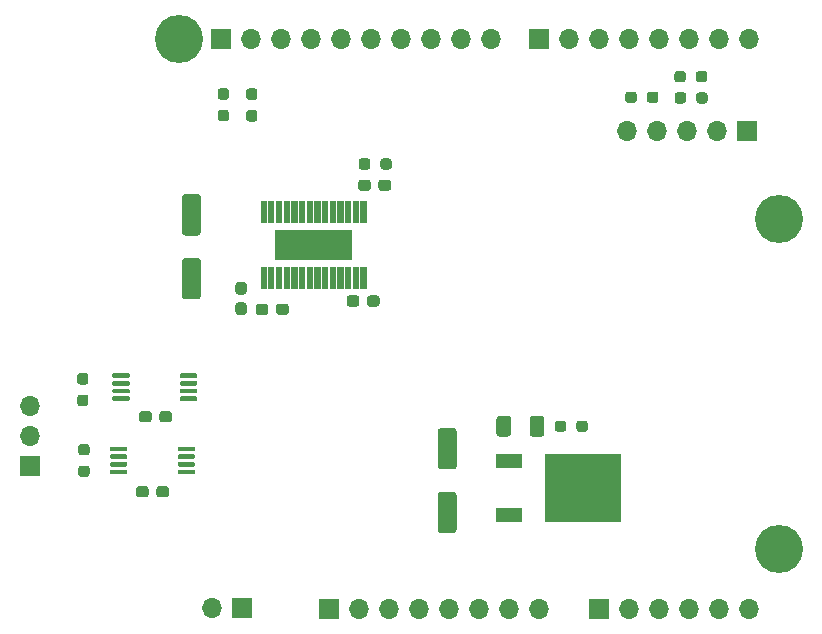
<source format=gbr>
%TF.GenerationSoftware,KiCad,Pcbnew,(5.1.10)-1*%
%TF.CreationDate,2023-02-13T10:48:01+08:00*%
%TF.ProjectId,my_foc_power_shield,6d795f66-6f63-45f7-906f-7765725f7368,rev?*%
%TF.SameCoordinates,Original*%
%TF.FileFunction,Soldermask,Top*%
%TF.FilePolarity,Negative*%
%FSLAX46Y46*%
G04 Gerber Fmt 4.6, Leading zero omitted, Abs format (unit mm)*
G04 Created by KiCad (PCBNEW (5.1.10)-1) date 2023-02-13 10:48:01*
%MOMM*%
%LPD*%
G01*
G04 APERTURE LIST*
%ADD10C,0.010000*%
%ADD11R,1.700000X1.700000*%
%ADD12O,1.700000X1.700000*%
%ADD13C,4.064000*%
%ADD14R,2.200000X1.200000*%
%ADD15R,6.400000X5.800000*%
G04 APERTURE END LIST*
D10*
%TO.C,U6*%
G36*
X134368000Y-94165000D02*
G01*
X134368000Y-91765000D01*
X140828000Y-91765000D01*
X140828000Y-94165000D01*
X134368000Y-94165000D01*
G37*
X134368000Y-94165000D02*
X134368000Y-91765000D01*
X140828000Y-91765000D01*
X140828000Y-94165000D01*
X134368000Y-94165000D01*
G36*
X133153000Y-96635000D02*
G01*
X133153000Y-94895000D01*
X133593000Y-94895000D01*
X133593000Y-96635000D01*
X133153000Y-96635000D01*
G37*
X133153000Y-96635000D02*
X133153000Y-94895000D01*
X133593000Y-94895000D01*
X133593000Y-96635000D01*
X133153000Y-96635000D01*
G36*
X133153000Y-91035000D02*
G01*
X133153000Y-89295000D01*
X133593000Y-89295000D01*
X133593000Y-91035000D01*
X133153000Y-91035000D01*
G37*
X133153000Y-91035000D02*
X133153000Y-89295000D01*
X133593000Y-89295000D01*
X133593000Y-91035000D01*
X133153000Y-91035000D01*
G36*
X133803000Y-96635000D02*
G01*
X133803000Y-94895000D01*
X134243000Y-94895000D01*
X134243000Y-96635000D01*
X133803000Y-96635000D01*
G37*
X133803000Y-96635000D02*
X133803000Y-94895000D01*
X134243000Y-94895000D01*
X134243000Y-96635000D01*
X133803000Y-96635000D01*
G36*
X133803000Y-91035000D02*
G01*
X133803000Y-89295000D01*
X134243000Y-89295000D01*
X134243000Y-91035000D01*
X133803000Y-91035000D01*
G37*
X133803000Y-91035000D02*
X133803000Y-89295000D01*
X134243000Y-89295000D01*
X134243000Y-91035000D01*
X133803000Y-91035000D01*
G36*
X134453000Y-96635000D02*
G01*
X134453000Y-94895000D01*
X134893000Y-94895000D01*
X134893000Y-96635000D01*
X134453000Y-96635000D01*
G37*
X134453000Y-96635000D02*
X134453000Y-94895000D01*
X134893000Y-94895000D01*
X134893000Y-96635000D01*
X134453000Y-96635000D01*
G36*
X134453000Y-91035000D02*
G01*
X134453000Y-89295000D01*
X134893000Y-89295000D01*
X134893000Y-91035000D01*
X134453000Y-91035000D01*
G37*
X134453000Y-91035000D02*
X134453000Y-89295000D01*
X134893000Y-89295000D01*
X134893000Y-91035000D01*
X134453000Y-91035000D01*
G36*
X135103000Y-96635000D02*
G01*
X135103000Y-94895000D01*
X135543000Y-94895000D01*
X135543000Y-96635000D01*
X135103000Y-96635000D01*
G37*
X135103000Y-96635000D02*
X135103000Y-94895000D01*
X135543000Y-94895000D01*
X135543000Y-96635000D01*
X135103000Y-96635000D01*
G36*
X135103000Y-91035000D02*
G01*
X135103000Y-89295000D01*
X135543000Y-89295000D01*
X135543000Y-91035000D01*
X135103000Y-91035000D01*
G37*
X135103000Y-91035000D02*
X135103000Y-89295000D01*
X135543000Y-89295000D01*
X135543000Y-91035000D01*
X135103000Y-91035000D01*
G36*
X135753000Y-96635000D02*
G01*
X135753000Y-94895000D01*
X136193000Y-94895000D01*
X136193000Y-96635000D01*
X135753000Y-96635000D01*
G37*
X135753000Y-96635000D02*
X135753000Y-94895000D01*
X136193000Y-94895000D01*
X136193000Y-96635000D01*
X135753000Y-96635000D01*
G36*
X135753000Y-91035000D02*
G01*
X135753000Y-89295000D01*
X136193000Y-89295000D01*
X136193000Y-91035000D01*
X135753000Y-91035000D01*
G37*
X135753000Y-91035000D02*
X135753000Y-89295000D01*
X136193000Y-89295000D01*
X136193000Y-91035000D01*
X135753000Y-91035000D01*
G36*
X136403000Y-96635000D02*
G01*
X136403000Y-94895000D01*
X136843000Y-94895000D01*
X136843000Y-96635000D01*
X136403000Y-96635000D01*
G37*
X136403000Y-96635000D02*
X136403000Y-94895000D01*
X136843000Y-94895000D01*
X136843000Y-96635000D01*
X136403000Y-96635000D01*
G36*
X136403000Y-91035000D02*
G01*
X136403000Y-89295000D01*
X136843000Y-89295000D01*
X136843000Y-91035000D01*
X136403000Y-91035000D01*
G37*
X136403000Y-91035000D02*
X136403000Y-89295000D01*
X136843000Y-89295000D01*
X136843000Y-91035000D01*
X136403000Y-91035000D01*
G36*
X137053000Y-96635000D02*
G01*
X137053000Y-94895000D01*
X137493000Y-94895000D01*
X137493000Y-96635000D01*
X137053000Y-96635000D01*
G37*
X137053000Y-96635000D02*
X137053000Y-94895000D01*
X137493000Y-94895000D01*
X137493000Y-96635000D01*
X137053000Y-96635000D01*
G36*
X137053000Y-91035000D02*
G01*
X137053000Y-89295000D01*
X137493000Y-89295000D01*
X137493000Y-91035000D01*
X137053000Y-91035000D01*
G37*
X137053000Y-91035000D02*
X137053000Y-89295000D01*
X137493000Y-89295000D01*
X137493000Y-91035000D01*
X137053000Y-91035000D01*
G36*
X137703000Y-96635000D02*
G01*
X137703000Y-94895000D01*
X138143000Y-94895000D01*
X138143000Y-96635000D01*
X137703000Y-96635000D01*
G37*
X137703000Y-96635000D02*
X137703000Y-94895000D01*
X138143000Y-94895000D01*
X138143000Y-96635000D01*
X137703000Y-96635000D01*
G36*
X138353000Y-96635000D02*
G01*
X138353000Y-94895000D01*
X138793000Y-94895000D01*
X138793000Y-96635000D01*
X138353000Y-96635000D01*
G37*
X138353000Y-96635000D02*
X138353000Y-94895000D01*
X138793000Y-94895000D01*
X138793000Y-96635000D01*
X138353000Y-96635000D01*
G36*
X139003000Y-96635000D02*
G01*
X139003000Y-94895000D01*
X139443000Y-94895000D01*
X139443000Y-96635000D01*
X139003000Y-96635000D01*
G37*
X139003000Y-96635000D02*
X139003000Y-94895000D01*
X139443000Y-94895000D01*
X139443000Y-96635000D01*
X139003000Y-96635000D01*
G36*
X139653000Y-96635000D02*
G01*
X139653000Y-94895000D01*
X140093000Y-94895000D01*
X140093000Y-96635000D01*
X139653000Y-96635000D01*
G37*
X139653000Y-96635000D02*
X139653000Y-94895000D01*
X140093000Y-94895000D01*
X140093000Y-96635000D01*
X139653000Y-96635000D01*
G36*
X140303000Y-96635000D02*
G01*
X140303000Y-94895000D01*
X140743000Y-94895000D01*
X140743000Y-96635000D01*
X140303000Y-96635000D01*
G37*
X140303000Y-96635000D02*
X140303000Y-94895000D01*
X140743000Y-94895000D01*
X140743000Y-96635000D01*
X140303000Y-96635000D01*
G36*
X140953000Y-96635000D02*
G01*
X140953000Y-94895000D01*
X141393000Y-94895000D01*
X141393000Y-96635000D01*
X140953000Y-96635000D01*
G37*
X140953000Y-96635000D02*
X140953000Y-94895000D01*
X141393000Y-94895000D01*
X141393000Y-96635000D01*
X140953000Y-96635000D01*
G36*
X141603000Y-96635000D02*
G01*
X141603000Y-94895000D01*
X142043000Y-94895000D01*
X142043000Y-96635000D01*
X141603000Y-96635000D01*
G37*
X141603000Y-96635000D02*
X141603000Y-94895000D01*
X142043000Y-94895000D01*
X142043000Y-96635000D01*
X141603000Y-96635000D01*
G36*
X137703000Y-91035000D02*
G01*
X137703000Y-89295000D01*
X138143000Y-89295000D01*
X138143000Y-91035000D01*
X137703000Y-91035000D01*
G37*
X137703000Y-91035000D02*
X137703000Y-89295000D01*
X138143000Y-89295000D01*
X138143000Y-91035000D01*
X137703000Y-91035000D01*
G36*
X138353000Y-91035000D02*
G01*
X138353000Y-89295000D01*
X138793000Y-89295000D01*
X138793000Y-91035000D01*
X138353000Y-91035000D01*
G37*
X138353000Y-91035000D02*
X138353000Y-89295000D01*
X138793000Y-89295000D01*
X138793000Y-91035000D01*
X138353000Y-91035000D01*
G36*
X139003000Y-91035000D02*
G01*
X139003000Y-89295000D01*
X139443000Y-89295000D01*
X139443000Y-91035000D01*
X139003000Y-91035000D01*
G37*
X139003000Y-91035000D02*
X139003000Y-89295000D01*
X139443000Y-89295000D01*
X139443000Y-91035000D01*
X139003000Y-91035000D01*
G36*
X139653000Y-91035000D02*
G01*
X139653000Y-89295000D01*
X140093000Y-89295000D01*
X140093000Y-91035000D01*
X139653000Y-91035000D01*
G37*
X139653000Y-91035000D02*
X139653000Y-89295000D01*
X140093000Y-89295000D01*
X140093000Y-91035000D01*
X139653000Y-91035000D01*
G36*
X140303000Y-91035000D02*
G01*
X140303000Y-89295000D01*
X140743000Y-89295000D01*
X140743000Y-91035000D01*
X140303000Y-91035000D01*
G37*
X140303000Y-91035000D02*
X140303000Y-89295000D01*
X140743000Y-89295000D01*
X140743000Y-91035000D01*
X140303000Y-91035000D01*
G36*
X140953000Y-91035000D02*
G01*
X140953000Y-89295000D01*
X141393000Y-89295000D01*
X141393000Y-91035000D01*
X140953000Y-91035000D01*
G37*
X140953000Y-91035000D02*
X140953000Y-89295000D01*
X141393000Y-89295000D01*
X141393000Y-91035000D01*
X140953000Y-91035000D01*
G36*
X141603000Y-91035000D02*
G01*
X141603000Y-89295000D01*
X142043000Y-89295000D01*
X142043000Y-91035000D01*
X141603000Y-91035000D01*
G37*
X141603000Y-91035000D02*
X141603000Y-89295000D01*
X142043000Y-89295000D01*
X142043000Y-91035000D01*
X141603000Y-91035000D01*
%TD*%
%TO.C,R8*%
G36*
G01*
X166835500Y-80277500D02*
X166835500Y-80752500D01*
G75*
G02*
X166598000Y-80990000I-237500J0D01*
G01*
X166098000Y-80990000D01*
G75*
G02*
X165860500Y-80752500I0J237500D01*
G01*
X165860500Y-80277500D01*
G75*
G02*
X166098000Y-80040000I237500J0D01*
G01*
X166598000Y-80040000D01*
G75*
G02*
X166835500Y-80277500I0J-237500D01*
G01*
G37*
G36*
G01*
X165010500Y-80277500D02*
X165010500Y-80752500D01*
G75*
G02*
X164773000Y-80990000I-237500J0D01*
G01*
X164273000Y-80990000D01*
G75*
G02*
X164035500Y-80752500I0J237500D01*
G01*
X164035500Y-80277500D01*
G75*
G02*
X164273000Y-80040000I237500J0D01*
G01*
X164773000Y-80040000D01*
G75*
G02*
X165010500Y-80277500I0J-237500D01*
G01*
G37*
%TD*%
D11*
%TO.C,U8*%
X113598000Y-111765000D03*
D12*
X113598000Y-109225000D03*
X113598000Y-106685000D03*
%TD*%
%TO.C,P3*%
X152654000Y-75565000D03*
X150114000Y-75565000D03*
X147574000Y-75565000D03*
X145034000Y-75565000D03*
X142494000Y-75565000D03*
X139954000Y-75565000D03*
X137414000Y-75565000D03*
X134874000Y-75565000D03*
X132334000Y-75565000D03*
D11*
X129794000Y-75565000D03*
%TD*%
D12*
%TO.C,P1*%
X156718000Y-123825000D03*
X154178000Y-123825000D03*
X151638000Y-123825000D03*
X149098000Y-123825000D03*
X146558000Y-123825000D03*
X144018000Y-123825000D03*
X141478000Y-123825000D03*
D11*
X138938000Y-123825000D03*
%TD*%
D12*
%TO.C,P4*%
X174498000Y-75565000D03*
X171958000Y-75565000D03*
X169418000Y-75565000D03*
X166878000Y-75565000D03*
X164338000Y-75565000D03*
X161798000Y-75565000D03*
X159258000Y-75565000D03*
D11*
X156718000Y-75565000D03*
%TD*%
D12*
%TO.C,P2*%
X174498000Y-123825000D03*
X171958000Y-123825000D03*
X169418000Y-123825000D03*
X166878000Y-123825000D03*
X164338000Y-123825000D03*
D11*
X161798000Y-123825000D03*
%TD*%
D13*
%TO.C,P6*%
X177038000Y-118745000D03*
%TD*%
%TO.C,P7*%
X126238000Y-75565000D03*
%TD*%
%TO.C,P8*%
X177038000Y-90805000D03*
%TD*%
D11*
%TO.C,BT1*%
X131598000Y-123765000D03*
D12*
X129058000Y-123765000D03*
%TD*%
%TO.C,C16*%
G36*
G01*
X125398000Y-113677500D02*
X125398000Y-114152500D01*
G75*
G02*
X125160500Y-114390000I-237500J0D01*
G01*
X124560500Y-114390000D01*
G75*
G02*
X124323000Y-114152500I0J237500D01*
G01*
X124323000Y-113677500D01*
G75*
G02*
X124560500Y-113440000I237500J0D01*
G01*
X125160500Y-113440000D01*
G75*
G02*
X125398000Y-113677500I0J-237500D01*
G01*
G37*
G36*
G01*
X123673000Y-113677500D02*
X123673000Y-114152500D01*
G75*
G02*
X123435500Y-114390000I-237500J0D01*
G01*
X122835500Y-114390000D01*
G75*
G02*
X122598000Y-114152500I0J237500D01*
G01*
X122598000Y-113677500D01*
G75*
G02*
X122835500Y-113440000I237500J0D01*
G01*
X123435500Y-113440000D01*
G75*
G02*
X123673000Y-113677500I0J-237500D01*
G01*
G37*
%TD*%
%TO.C,C17*%
G36*
G01*
X123935500Y-107327500D02*
X123935500Y-107802500D01*
G75*
G02*
X123698000Y-108040000I-237500J0D01*
G01*
X123098000Y-108040000D01*
G75*
G02*
X122860500Y-107802500I0J237500D01*
G01*
X122860500Y-107327500D01*
G75*
G02*
X123098000Y-107090000I237500J0D01*
G01*
X123698000Y-107090000D01*
G75*
G02*
X123935500Y-107327500I0J-237500D01*
G01*
G37*
G36*
G01*
X125660500Y-107327500D02*
X125660500Y-107802500D01*
G75*
G02*
X125423000Y-108040000I-237500J0D01*
G01*
X124823000Y-108040000D01*
G75*
G02*
X124585500Y-107802500I0J237500D01*
G01*
X124585500Y-107327500D01*
G75*
G02*
X124823000Y-107090000I237500J0D01*
G01*
X125423000Y-107090000D01*
G75*
G02*
X125660500Y-107327500I0J-237500D01*
G01*
G37*
%TD*%
%TO.C,C19*%
G36*
G01*
X133810500Y-98227500D02*
X133810500Y-98702500D01*
G75*
G02*
X133573000Y-98940000I-237500J0D01*
G01*
X132973000Y-98940000D01*
G75*
G02*
X132735500Y-98702500I0J237500D01*
G01*
X132735500Y-98227500D01*
G75*
G02*
X132973000Y-97990000I237500J0D01*
G01*
X133573000Y-97990000D01*
G75*
G02*
X133810500Y-98227500I0J-237500D01*
G01*
G37*
G36*
G01*
X135535500Y-98227500D02*
X135535500Y-98702500D01*
G75*
G02*
X135298000Y-98940000I-237500J0D01*
G01*
X134698000Y-98940000D01*
G75*
G02*
X134460500Y-98702500I0J237500D01*
G01*
X134460500Y-98227500D01*
G75*
G02*
X134698000Y-97990000I237500J0D01*
G01*
X135298000Y-97990000D01*
G75*
G02*
X135535500Y-98227500I0J-237500D01*
G01*
G37*
%TD*%
%TO.C,C20*%
G36*
G01*
X144210500Y-87727500D02*
X144210500Y-88202500D01*
G75*
G02*
X143973000Y-88440000I-237500J0D01*
G01*
X143373000Y-88440000D01*
G75*
G02*
X143135500Y-88202500I0J237500D01*
G01*
X143135500Y-87727500D01*
G75*
G02*
X143373000Y-87490000I237500J0D01*
G01*
X143973000Y-87490000D01*
G75*
G02*
X144210500Y-87727500I0J-237500D01*
G01*
G37*
G36*
G01*
X142485500Y-87727500D02*
X142485500Y-88202500D01*
G75*
G02*
X142248000Y-88440000I-237500J0D01*
G01*
X141648000Y-88440000D01*
G75*
G02*
X141410500Y-88202500I0J237500D01*
G01*
X141410500Y-87727500D01*
G75*
G02*
X141648000Y-87490000I237500J0D01*
G01*
X142248000Y-87490000D01*
G75*
G02*
X142485500Y-87727500I0J-237500D01*
G01*
G37*
%TD*%
%TO.C,C21*%
G36*
G01*
X131735500Y-97227500D02*
X131260500Y-97227500D01*
G75*
G02*
X131023000Y-96990000I0J237500D01*
G01*
X131023000Y-96390000D01*
G75*
G02*
X131260500Y-96152500I237500J0D01*
G01*
X131735500Y-96152500D01*
G75*
G02*
X131973000Y-96390000I0J-237500D01*
G01*
X131973000Y-96990000D01*
G75*
G02*
X131735500Y-97227500I-237500J0D01*
G01*
G37*
G36*
G01*
X131735500Y-98952500D02*
X131260500Y-98952500D01*
G75*
G02*
X131023000Y-98715000I0J237500D01*
G01*
X131023000Y-98115000D01*
G75*
G02*
X131260500Y-97877500I237500J0D01*
G01*
X131735500Y-97877500D01*
G75*
G02*
X131973000Y-98115000I0J-237500D01*
G01*
X131973000Y-98715000D01*
G75*
G02*
X131735500Y-98952500I-237500J0D01*
G01*
G37*
%TD*%
%TO.C,D7*%
G36*
G01*
X157173000Y-107740000D02*
X157173000Y-108990000D01*
G75*
G02*
X156923000Y-109240000I-250000J0D01*
G01*
X156173000Y-109240000D01*
G75*
G02*
X155923000Y-108990000I0J250000D01*
G01*
X155923000Y-107740000D01*
G75*
G02*
X156173000Y-107490000I250000J0D01*
G01*
X156923000Y-107490000D01*
G75*
G02*
X157173000Y-107740000I0J-250000D01*
G01*
G37*
G36*
G01*
X154373000Y-107740000D02*
X154373000Y-108990000D01*
G75*
G02*
X154123000Y-109240000I-250000J0D01*
G01*
X153373000Y-109240000D01*
G75*
G02*
X153123000Y-108990000I0J250000D01*
G01*
X153123000Y-107740000D01*
G75*
G02*
X153373000Y-107490000I250000J0D01*
G01*
X154123000Y-107490000D01*
G75*
G02*
X154373000Y-107740000I0J-250000D01*
G01*
G37*
%TD*%
D11*
%TO.C,J3*%
X174298000Y-83365000D03*
D12*
X171758000Y-83365000D03*
X169218000Y-83365000D03*
X166678000Y-83365000D03*
X164138000Y-83365000D03*
%TD*%
%TO.C,R1*%
G36*
G01*
X132635500Y-82565000D02*
X132160500Y-82565000D01*
G75*
G02*
X131923000Y-82327500I0J237500D01*
G01*
X131923000Y-81827500D01*
G75*
G02*
X132160500Y-81590000I237500J0D01*
G01*
X132635500Y-81590000D01*
G75*
G02*
X132873000Y-81827500I0J-237500D01*
G01*
X132873000Y-82327500D01*
G75*
G02*
X132635500Y-82565000I-237500J0D01*
G01*
G37*
G36*
G01*
X132635500Y-80740000D02*
X132160500Y-80740000D01*
G75*
G02*
X131923000Y-80502500I0J237500D01*
G01*
X131923000Y-80002500D01*
G75*
G02*
X132160500Y-79765000I237500J0D01*
G01*
X132635500Y-79765000D01*
G75*
G02*
X132873000Y-80002500I0J-237500D01*
G01*
X132873000Y-80502500D01*
G75*
G02*
X132635500Y-80740000I-237500J0D01*
G01*
G37*
%TD*%
%TO.C,R2*%
G36*
G01*
X130235500Y-80727500D02*
X129760500Y-80727500D01*
G75*
G02*
X129523000Y-80490000I0J237500D01*
G01*
X129523000Y-79990000D01*
G75*
G02*
X129760500Y-79752500I237500J0D01*
G01*
X130235500Y-79752500D01*
G75*
G02*
X130473000Y-79990000I0J-237500D01*
G01*
X130473000Y-80490000D01*
G75*
G02*
X130235500Y-80727500I-237500J0D01*
G01*
G37*
G36*
G01*
X130235500Y-82552500D02*
X129760500Y-82552500D01*
G75*
G02*
X129523000Y-82315000I0J237500D01*
G01*
X129523000Y-81815000D01*
G75*
G02*
X129760500Y-81577500I237500J0D01*
G01*
X130235500Y-81577500D01*
G75*
G02*
X130473000Y-81815000I0J-237500D01*
G01*
X130473000Y-82315000D01*
G75*
G02*
X130235500Y-82552500I-237500J0D01*
G01*
G37*
%TD*%
%TO.C,R6*%
G36*
G01*
X168185500Y-79002500D02*
X168185500Y-78527500D01*
G75*
G02*
X168423000Y-78290000I237500J0D01*
G01*
X168923000Y-78290000D01*
G75*
G02*
X169160500Y-78527500I0J-237500D01*
G01*
X169160500Y-79002500D01*
G75*
G02*
X168923000Y-79240000I-237500J0D01*
G01*
X168423000Y-79240000D01*
G75*
G02*
X168185500Y-79002500I0J237500D01*
G01*
G37*
G36*
G01*
X170010500Y-79002500D02*
X170010500Y-78527500D01*
G75*
G02*
X170248000Y-78290000I237500J0D01*
G01*
X170748000Y-78290000D01*
G75*
G02*
X170985500Y-78527500I0J-237500D01*
G01*
X170985500Y-79002500D01*
G75*
G02*
X170748000Y-79240000I-237500J0D01*
G01*
X170248000Y-79240000D01*
G75*
G02*
X170010500Y-79002500I0J237500D01*
G01*
G37*
%TD*%
%TO.C,R7*%
G36*
G01*
X170035500Y-80802500D02*
X170035500Y-80327500D01*
G75*
G02*
X170273000Y-80090000I237500J0D01*
G01*
X170773000Y-80090000D01*
G75*
G02*
X171010500Y-80327500I0J-237500D01*
G01*
X171010500Y-80802500D01*
G75*
G02*
X170773000Y-81040000I-237500J0D01*
G01*
X170273000Y-81040000D01*
G75*
G02*
X170035500Y-80802500I0J237500D01*
G01*
G37*
G36*
G01*
X168210500Y-80802500D02*
X168210500Y-80327500D01*
G75*
G02*
X168448000Y-80090000I237500J0D01*
G01*
X168948000Y-80090000D01*
G75*
G02*
X169185500Y-80327500I0J-237500D01*
G01*
X169185500Y-80802500D01*
G75*
G02*
X168948000Y-81040000I-237500J0D01*
G01*
X168448000Y-81040000D01*
G75*
G02*
X168210500Y-80802500I0J237500D01*
G01*
G37*
%TD*%
%TO.C,R11*%
G36*
G01*
X159035500Y-108127500D02*
X159035500Y-108602500D01*
G75*
G02*
X158798000Y-108840000I-237500J0D01*
G01*
X158298000Y-108840000D01*
G75*
G02*
X158060500Y-108602500I0J237500D01*
G01*
X158060500Y-108127500D01*
G75*
G02*
X158298000Y-107890000I237500J0D01*
G01*
X158798000Y-107890000D01*
G75*
G02*
X159035500Y-108127500I0J-237500D01*
G01*
G37*
G36*
G01*
X160860500Y-108127500D02*
X160860500Y-108602500D01*
G75*
G02*
X160623000Y-108840000I-237500J0D01*
G01*
X160123000Y-108840000D01*
G75*
G02*
X159885500Y-108602500I0J237500D01*
G01*
X159885500Y-108127500D01*
G75*
G02*
X160123000Y-107890000I237500J0D01*
G01*
X160623000Y-107890000D01*
G75*
G02*
X160860500Y-108127500I0J-237500D01*
G01*
G37*
%TD*%
%TO.C,R12*%
G36*
G01*
X117960500Y-109865000D02*
X118435500Y-109865000D01*
G75*
G02*
X118673000Y-110102500I0J-237500D01*
G01*
X118673000Y-110602500D01*
G75*
G02*
X118435500Y-110840000I-237500J0D01*
G01*
X117960500Y-110840000D01*
G75*
G02*
X117723000Y-110602500I0J237500D01*
G01*
X117723000Y-110102500D01*
G75*
G02*
X117960500Y-109865000I237500J0D01*
G01*
G37*
G36*
G01*
X117960500Y-111690000D02*
X118435500Y-111690000D01*
G75*
G02*
X118673000Y-111927500I0J-237500D01*
G01*
X118673000Y-112427500D01*
G75*
G02*
X118435500Y-112665000I-237500J0D01*
G01*
X117960500Y-112665000D01*
G75*
G02*
X117723000Y-112427500I0J237500D01*
G01*
X117723000Y-111927500D01*
G75*
G02*
X117960500Y-111690000I237500J0D01*
G01*
G37*
%TD*%
%TO.C,R13*%
G36*
G01*
X117860500Y-105690000D02*
X118335500Y-105690000D01*
G75*
G02*
X118573000Y-105927500I0J-237500D01*
G01*
X118573000Y-106427500D01*
G75*
G02*
X118335500Y-106665000I-237500J0D01*
G01*
X117860500Y-106665000D01*
G75*
G02*
X117623000Y-106427500I0J237500D01*
G01*
X117623000Y-105927500D01*
G75*
G02*
X117860500Y-105690000I237500J0D01*
G01*
G37*
G36*
G01*
X117860500Y-103865000D02*
X118335500Y-103865000D01*
G75*
G02*
X118573000Y-104102500I0J-237500D01*
G01*
X118573000Y-104602500D01*
G75*
G02*
X118335500Y-104840000I-237500J0D01*
G01*
X117860500Y-104840000D01*
G75*
G02*
X117623000Y-104602500I0J237500D01*
G01*
X117623000Y-104102500D01*
G75*
G02*
X117860500Y-103865000I237500J0D01*
G01*
G37*
%TD*%
%TO.C,R16*%
G36*
G01*
X141460500Y-86402500D02*
X141460500Y-85927500D01*
G75*
G02*
X141698000Y-85690000I237500J0D01*
G01*
X142198000Y-85690000D01*
G75*
G02*
X142435500Y-85927500I0J-237500D01*
G01*
X142435500Y-86402500D01*
G75*
G02*
X142198000Y-86640000I-237500J0D01*
G01*
X141698000Y-86640000D01*
G75*
G02*
X141460500Y-86402500I0J237500D01*
G01*
G37*
G36*
G01*
X143285500Y-86402500D02*
X143285500Y-85927500D01*
G75*
G02*
X143523000Y-85690000I237500J0D01*
G01*
X144023000Y-85690000D01*
G75*
G02*
X144260500Y-85927500I0J-237500D01*
G01*
X144260500Y-86402500D01*
G75*
G02*
X144023000Y-86640000I-237500J0D01*
G01*
X143523000Y-86640000D01*
G75*
G02*
X143285500Y-86402500I0J237500D01*
G01*
G37*
%TD*%
D14*
%TO.C,U1*%
X154148000Y-111285000D03*
X154148000Y-115845000D03*
D15*
X160448000Y-113565000D03*
%TD*%
%TO.C,U4*%
G36*
G01*
X126123000Y-110390000D02*
X126123000Y-110190000D01*
G75*
G02*
X126223000Y-110090000I100000J0D01*
G01*
X127498000Y-110090000D01*
G75*
G02*
X127598000Y-110190000I0J-100000D01*
G01*
X127598000Y-110390000D01*
G75*
G02*
X127498000Y-110490000I-100000J0D01*
G01*
X126223000Y-110490000D01*
G75*
G02*
X126123000Y-110390000I0J100000D01*
G01*
G37*
G36*
G01*
X126123000Y-111040000D02*
X126123000Y-110840000D01*
G75*
G02*
X126223000Y-110740000I100000J0D01*
G01*
X127498000Y-110740000D01*
G75*
G02*
X127598000Y-110840000I0J-100000D01*
G01*
X127598000Y-111040000D01*
G75*
G02*
X127498000Y-111140000I-100000J0D01*
G01*
X126223000Y-111140000D01*
G75*
G02*
X126123000Y-111040000I0J100000D01*
G01*
G37*
G36*
G01*
X126123000Y-111690000D02*
X126123000Y-111490000D01*
G75*
G02*
X126223000Y-111390000I100000J0D01*
G01*
X127498000Y-111390000D01*
G75*
G02*
X127598000Y-111490000I0J-100000D01*
G01*
X127598000Y-111690000D01*
G75*
G02*
X127498000Y-111790000I-100000J0D01*
G01*
X126223000Y-111790000D01*
G75*
G02*
X126123000Y-111690000I0J100000D01*
G01*
G37*
G36*
G01*
X126123000Y-112340000D02*
X126123000Y-112140000D01*
G75*
G02*
X126223000Y-112040000I100000J0D01*
G01*
X127498000Y-112040000D01*
G75*
G02*
X127598000Y-112140000I0J-100000D01*
G01*
X127598000Y-112340000D01*
G75*
G02*
X127498000Y-112440000I-100000J0D01*
G01*
X126223000Y-112440000D01*
G75*
G02*
X126123000Y-112340000I0J100000D01*
G01*
G37*
G36*
G01*
X120398000Y-112340000D02*
X120398000Y-112140000D01*
G75*
G02*
X120498000Y-112040000I100000J0D01*
G01*
X121773000Y-112040000D01*
G75*
G02*
X121873000Y-112140000I0J-100000D01*
G01*
X121873000Y-112340000D01*
G75*
G02*
X121773000Y-112440000I-100000J0D01*
G01*
X120498000Y-112440000D01*
G75*
G02*
X120398000Y-112340000I0J100000D01*
G01*
G37*
G36*
G01*
X120398000Y-111690000D02*
X120398000Y-111490000D01*
G75*
G02*
X120498000Y-111390000I100000J0D01*
G01*
X121773000Y-111390000D01*
G75*
G02*
X121873000Y-111490000I0J-100000D01*
G01*
X121873000Y-111690000D01*
G75*
G02*
X121773000Y-111790000I-100000J0D01*
G01*
X120498000Y-111790000D01*
G75*
G02*
X120398000Y-111690000I0J100000D01*
G01*
G37*
G36*
G01*
X120398000Y-111040000D02*
X120398000Y-110840000D01*
G75*
G02*
X120498000Y-110740000I100000J0D01*
G01*
X121773000Y-110740000D01*
G75*
G02*
X121873000Y-110840000I0J-100000D01*
G01*
X121873000Y-111040000D01*
G75*
G02*
X121773000Y-111140000I-100000J0D01*
G01*
X120498000Y-111140000D01*
G75*
G02*
X120398000Y-111040000I0J100000D01*
G01*
G37*
G36*
G01*
X120398000Y-110390000D02*
X120398000Y-110190000D01*
G75*
G02*
X120498000Y-110090000I100000J0D01*
G01*
X121773000Y-110090000D01*
G75*
G02*
X121873000Y-110190000I0J-100000D01*
G01*
X121873000Y-110390000D01*
G75*
G02*
X121773000Y-110490000I-100000J0D01*
G01*
X120498000Y-110490000D01*
G75*
G02*
X120398000Y-110390000I0J100000D01*
G01*
G37*
%TD*%
%TO.C,U5*%
G36*
G01*
X120598000Y-104190000D02*
X120598000Y-103990000D01*
G75*
G02*
X120698000Y-103890000I100000J0D01*
G01*
X121973000Y-103890000D01*
G75*
G02*
X122073000Y-103990000I0J-100000D01*
G01*
X122073000Y-104190000D01*
G75*
G02*
X121973000Y-104290000I-100000J0D01*
G01*
X120698000Y-104290000D01*
G75*
G02*
X120598000Y-104190000I0J100000D01*
G01*
G37*
G36*
G01*
X120598000Y-104840000D02*
X120598000Y-104640000D01*
G75*
G02*
X120698000Y-104540000I100000J0D01*
G01*
X121973000Y-104540000D01*
G75*
G02*
X122073000Y-104640000I0J-100000D01*
G01*
X122073000Y-104840000D01*
G75*
G02*
X121973000Y-104940000I-100000J0D01*
G01*
X120698000Y-104940000D01*
G75*
G02*
X120598000Y-104840000I0J100000D01*
G01*
G37*
G36*
G01*
X120598000Y-105490000D02*
X120598000Y-105290000D01*
G75*
G02*
X120698000Y-105190000I100000J0D01*
G01*
X121973000Y-105190000D01*
G75*
G02*
X122073000Y-105290000I0J-100000D01*
G01*
X122073000Y-105490000D01*
G75*
G02*
X121973000Y-105590000I-100000J0D01*
G01*
X120698000Y-105590000D01*
G75*
G02*
X120598000Y-105490000I0J100000D01*
G01*
G37*
G36*
G01*
X120598000Y-106140000D02*
X120598000Y-105940000D01*
G75*
G02*
X120698000Y-105840000I100000J0D01*
G01*
X121973000Y-105840000D01*
G75*
G02*
X122073000Y-105940000I0J-100000D01*
G01*
X122073000Y-106140000D01*
G75*
G02*
X121973000Y-106240000I-100000J0D01*
G01*
X120698000Y-106240000D01*
G75*
G02*
X120598000Y-106140000I0J100000D01*
G01*
G37*
G36*
G01*
X126323000Y-106140000D02*
X126323000Y-105940000D01*
G75*
G02*
X126423000Y-105840000I100000J0D01*
G01*
X127698000Y-105840000D01*
G75*
G02*
X127798000Y-105940000I0J-100000D01*
G01*
X127798000Y-106140000D01*
G75*
G02*
X127698000Y-106240000I-100000J0D01*
G01*
X126423000Y-106240000D01*
G75*
G02*
X126323000Y-106140000I0J100000D01*
G01*
G37*
G36*
G01*
X126323000Y-105490000D02*
X126323000Y-105290000D01*
G75*
G02*
X126423000Y-105190000I100000J0D01*
G01*
X127698000Y-105190000D01*
G75*
G02*
X127798000Y-105290000I0J-100000D01*
G01*
X127798000Y-105490000D01*
G75*
G02*
X127698000Y-105590000I-100000J0D01*
G01*
X126423000Y-105590000D01*
G75*
G02*
X126323000Y-105490000I0J100000D01*
G01*
G37*
G36*
G01*
X126323000Y-104840000D02*
X126323000Y-104640000D01*
G75*
G02*
X126423000Y-104540000I100000J0D01*
G01*
X127698000Y-104540000D01*
G75*
G02*
X127798000Y-104640000I0J-100000D01*
G01*
X127798000Y-104840000D01*
G75*
G02*
X127698000Y-104940000I-100000J0D01*
G01*
X126423000Y-104940000D01*
G75*
G02*
X126323000Y-104840000I0J100000D01*
G01*
G37*
G36*
G01*
X126323000Y-104190000D02*
X126323000Y-103990000D01*
G75*
G02*
X126423000Y-103890000I100000J0D01*
G01*
X127698000Y-103890000D01*
G75*
G02*
X127798000Y-103990000I0J-100000D01*
G01*
X127798000Y-104190000D01*
G75*
G02*
X127698000Y-104290000I-100000J0D01*
G01*
X126423000Y-104290000D01*
G75*
G02*
X126323000Y-104190000I0J100000D01*
G01*
G37*
%TD*%
%TO.C,C1*%
G36*
G01*
X149498000Y-112015000D02*
X148398000Y-112015000D01*
G75*
G02*
X148148000Y-111765000I0J250000D01*
G01*
X148148000Y-108765000D01*
G75*
G02*
X148398000Y-108515000I250000J0D01*
G01*
X149498000Y-108515000D01*
G75*
G02*
X149748000Y-108765000I0J-250000D01*
G01*
X149748000Y-111765000D01*
G75*
G02*
X149498000Y-112015000I-250000J0D01*
G01*
G37*
G36*
G01*
X149498000Y-117415000D02*
X148398000Y-117415000D01*
G75*
G02*
X148148000Y-117165000I0J250000D01*
G01*
X148148000Y-114165000D01*
G75*
G02*
X148398000Y-113915000I250000J0D01*
G01*
X149498000Y-113915000D01*
G75*
G02*
X149748000Y-114165000I0J-250000D01*
G01*
X149748000Y-117165000D01*
G75*
G02*
X149498000Y-117415000I-250000J0D01*
G01*
G37*
%TD*%
%TO.C,C2*%
G36*
G01*
X143235500Y-97527500D02*
X143235500Y-98002500D01*
G75*
G02*
X142998000Y-98240000I-237500J0D01*
G01*
X142398000Y-98240000D01*
G75*
G02*
X142160500Y-98002500I0J237500D01*
G01*
X142160500Y-97527500D01*
G75*
G02*
X142398000Y-97290000I237500J0D01*
G01*
X142998000Y-97290000D01*
G75*
G02*
X143235500Y-97527500I0J-237500D01*
G01*
G37*
G36*
G01*
X141510500Y-97527500D02*
X141510500Y-98002500D01*
G75*
G02*
X141273000Y-98240000I-237500J0D01*
G01*
X140673000Y-98240000D01*
G75*
G02*
X140435500Y-98002500I0J237500D01*
G01*
X140435500Y-97527500D01*
G75*
G02*
X140673000Y-97290000I237500J0D01*
G01*
X141273000Y-97290000D01*
G75*
G02*
X141510500Y-97527500I0J-237500D01*
G01*
G37*
%TD*%
%TO.C,C3*%
G36*
G01*
X127848000Y-97615000D02*
X126748000Y-97615000D01*
G75*
G02*
X126498000Y-97365000I0J250000D01*
G01*
X126498000Y-94365000D01*
G75*
G02*
X126748000Y-94115000I250000J0D01*
G01*
X127848000Y-94115000D01*
G75*
G02*
X128098000Y-94365000I0J-250000D01*
G01*
X128098000Y-97365000D01*
G75*
G02*
X127848000Y-97615000I-250000J0D01*
G01*
G37*
G36*
G01*
X127848000Y-92215000D02*
X126748000Y-92215000D01*
G75*
G02*
X126498000Y-91965000I0J250000D01*
G01*
X126498000Y-88965000D01*
G75*
G02*
X126748000Y-88715000I250000J0D01*
G01*
X127848000Y-88715000D01*
G75*
G02*
X128098000Y-88965000I0J-250000D01*
G01*
X128098000Y-91965000D01*
G75*
G02*
X127848000Y-92215000I-250000J0D01*
G01*
G37*
%TD*%
M02*

</source>
